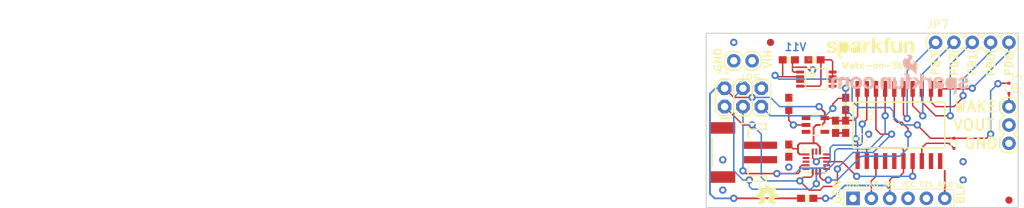
<source format=kicad_pcb>
(kicad_pcb (version 20211014) (generator pcbnew)
  (layers (0 "F.Cu" signal) (1 "In1.Cu" signal) (2 "In2.Cu" signal) (31 "B.Cu" signal) (34 "B.Paste" user) (35 "F.Paste" user) (36 "B.SilkS" user "B.Silkscreen") (37 "F.SilkS" user "F.Silkscreen") (38 "B.Mask" user) (39 "F.Mask" user) (44 "Edge.Cuts" user))
  (net 0 "")
  (net 1 "V_BATT")
  (net 2 "N$1")
  (net 3 "N$2")
  (net 4 "VOUT")
  (net 5 "GND")
  (net 6 "OVERRIDE")
  (net 7 "INT1")
  (net 8 "3.3V")
  (net 9 "SCK")
  (net 10 "MOSI")
  (net 11 "MISO")
  (net 12 "N$7")
  (net 13 "RESET")
  (net 14 "RXI")
  (net 15 "TXO")
  (net 16 "N$3")
  (net 17 "N$4")
  (net 18 "N$5")
  (net 19 "N$6")
  (net 20 "N$8")
  (net 21 "ACTIVE")
  (footprint "boardEagle:FTDI_DEVICE_SIDE" (layer "F.Cu") (at 153.5811 115.7986)
    (fp_text reference "JP1" hide)
    (fp_text value "FTDI_DEVICE" hide)
    (fp_text user "TXO" (at -4.826 -1.524) (layer "F.SilkS") (effects (font (size 0.69088 0.69088) (thickness 0.12192)) (justify left bottom)))
    (fp_text user "GRN" (at -7.874 0.889 90) (layer "F.SilkS") (effects (font (size 1.0795 1.0795) (thickness 0.1905)) (justify left bottom)))
    (fp_text user "GND" (at 5.334 -1.524) (layer "F.SilkS") (effects (font (size 0.69088 0.69088) (thickness 0.12192)) (justify left bottom)))
    (fp_text user "BLK" (at 9.144 0.889 90) (layer "F.SilkS") (effects (font (size 1.0795 1.0795) (thickness 0.1905)) (justify left bottom)))
    (fp_text user "CTS" (at 2.794 -1.524) (layer "F.SilkS") (effects (font (size 0.69088 0.69088) (thickness 0.12192)) (justify left bottom)))
    (fp_text user "RXI" (at -2.286 -1.524) (layer "F.SilkS") (effects (font (size 0.69088 0.69088) (thickness 0.12192)) (justify left bottom)))
    (fp_text user "DTR" (at -7.366 -1.524) (layer "F.SilkS") (effects (font (size 0.69088 0.69088) (thickness 0.12192)) (justify left bottom)))
    (fp_text user "VCC" (at 0.254 -1.524) (layer "F.SilkS") (effects (font (size 0.69088 0.69088) (thickness 0.12192)) (justify left bottom)))
    (pad "P$1" thru_hole rect (at -6.35 0) (size 1.8796 1.8796) (drill 1.016) (layers *.Cu *.Mask))
    (pad "P$2" thru_hole circle (at -3.81 0) (size 1.8796 1.8796) (drill 1.016) (layers *.Cu *.Mask) (net 15 "TXO"))
    (pad "P$3" thru_hole circle (at -1.27 0) (size 1.8796 1.8796) (drill 1.016) (layers *.Cu *.Mask) (net 14 "RXI"))
    (pad "P$4" thru_hole circle (at 1.27 0) (size 1.8796 1.8796) (drill 1.016) (layers *.Cu *.Mask))
    (pad "P$5" thru_hole circle (at 3.81 0) (size 1.8796 1.8796) (drill 1.016) (layers *.Cu *.Mask))
    (pad "P$6" thru_hole circle (at 6.35 0) (size 1.8796 1.8796) (drill 1.016) (layers *.Cu *.Mask) (net 5 "GND"))
  )
  (footprint "boardEagle:SFE-NEW-WEB" (layer "F.Cu") (at 143.5481 96.6216)
    (fp_text reference "JP4" hide)
    (fp_text value "LOGO-SFENW2" hide)
  )
  (footprint "boardEagle:FIDUCIAL-1X2" (layer "F.Cu") (at 135.8011 94.2086)
    (fp_text reference "FID2" hide)
    (fp_text value "FIDUCIAL1X2" hide)
    (pad "1" smd roundrect (at 0 0) (size 1 1) (layers "F.Cu" "F.Mask") (roundrect_rratio 0.5))
  )
  (footprint "boardEagle:0603-RES" (layer "F.Cu") (at 140.8811 115.7986)
    (fp_text reference "R4" (at -0.889 -0.762) (layer "F.SilkS") (effects (font (size 0.373888 0.373888) (thickness 0.032512)) (justify left bottom)))
    (fp_text value "10k")
    (pad "1" smd rect (at -0.85 0) (size 1.1 1) (layers "F.Cu" "F.Paste" "F.Mask") (net 8 "3.3V"))
    (pad "2" smd rect (at 0.85 0) (size 1.1 1) (layers "F.Cu" "F.Paste" "F.Mask") (net 14 "RXI"))
  )
  (footprint "boardEagle:1X02" (layer "F.Cu") (at 133.2611 96.7486 180)
    (fp_text reference "JP5" (at -1.3462 -1.8288 180) (layer "F.SilkS") (effects (font (size 1.143 1.143) (thickness 0.127)) (justify right top)))
    (fp_text value "M02PTH")
    (pad "1" thru_hole circle (at 0 0 270) (size 1.8796 1.8796) (drill 1.016) (layers *.Cu *.Mask) (net 1 "V_BATT"))
    (pad "2" thru_hole circle (at 2.54 0 270) (size 1.8796 1.8796) (drill 1.016) (layers *.Cu *.Mask) (net 5 "GND"))
  )
  (footprint "boardEagle:MSOP8" (layer "F.Cu") (at 142.1511 99.2886 -90)
    (fp_text reference "Q1" (at -2.54 1.27) (layer "F.SilkS") (effects (font (size 0.373888 0.373888) (thickness 0.032512)) (justify left bottom)))
    (fp_text value "")
    (pad "1" smd rect (at -0.975 2.25 270) (size 0.4 1.1) (layers "F.Cu" "F.Paste" "F.Mask") (net 5 "GND"))
    (pad "2" smd rect (at -0.325 2.25 270) (size 0.4 1.1) (layers "F.Cu" "F.Paste" "F.Mask") (net 3 "N$2"))
    (pad "3" smd rect (at 0.325 2.25 270) (size 0.4 1.1) (layers "F.Cu" "F.Paste" "F.Mask") (net 1 "V_BATT"))
    (pad "4" smd rect (at 0.975 2.25 270) (size 0.4 1.1) (layers "F.Cu" "F.Paste" "F.Mask") (net 2 "N$1"))
    (pad "5" smd rect (at 0.975 -2.25 270) (size 0.4 1.1) (layers "F.Cu" "F.Paste" "F.Mask") (net 4 "VOUT"))
    (pad "6" smd rect (at 0.325 -2.25 270) (size 0.4 1.1) (layers "F.Cu" "F.Paste" "F.Mask") (net 4 "VOUT"))
    (pad "7" smd rect (at -0.325 -2.25 270) (size 0.4 1.1) (layers "F.Cu" "F.Paste" "F.Mask") (net 2 "N$1"))
    (pad "8" smd rect (at -0.975 -2.25 270) (size 0.4 1.1) (layers "F.Cu" "F.Paste" "F.Mask") (net 2 "N$1"))
  )
  (footprint "boardEagle:0603-CAP" (layer "F.Cu") (at 146.2151 105.8926 -90)
    (fp_text reference "C4" (at -0.889 -0.762 -90) (layer "F.SilkS") (effects (font (size 0.373888 0.373888) (thickness 0.032512)) (justify left bottom)))
    (fp_text value ".1uF")
    (pad "1" smd rect (at -0.85 0 270) (size 1.1 1) (layers "F.Cu" "F.Paste" "F.Mask") (net 8 "3.3V"))
    (pad "2" smd rect (at 0.85 0 270) (size 1.1 1) (layers "F.Cu" "F.Paste" "F.Mask") (net 5 "GND"))
  )
  (footprint "boardEagle:CREATIVE_COMMONS" (layer "F.Cu") (at 49.4411 95.4786)
    (fp_text reference "FRAME1" hide)
    (fp_text value "FRAME-LETTER" hide)
  )
  (footprint "boardEagle:SOD-523" (layer "F.Cu") (at 161.2011 108.1786 90)
    (fp_text reference "D2" hide)
    (fp_text value "RB751" hide)
    (pad "A" smd rect (at -0.7 0 90) (size 0.4 0.4) (layers "F.Cu" "F.Paste" "F.Mask") (net 21 "ACTIVE"))
    (pad "C" smd rect (at 0.7 0 90) (size 0.4 0.4) (layers "F.Cu" "F.Paste" "F.Mask") (net 3 "N$2"))
  )
  (footprint "boardEagle:1X03" (layer "F.Cu") (at 168.8211 103.0986 -90)
    (fp_text reference "JP3" (at -1.3462 -1.8288 -90) (layer "F.SilkS") (effects (font (size 1.143 1.143) (thickness 0.127)) (justify left bottom)))
    (fp_text value "")
    (pad "1" thru_hole circle (at 0 0) (size 1.8796 1.8796) (drill 1.016) (layers *.Cu *.Mask) (net 6 "OVERRIDE"))
    (pad "2" thru_hole circle (at 2.54 0) (size 1.8796 1.8796) (drill 1.016) (layers *.Cu *.Mask) (net 4 "VOUT"))
    (pad "3" thru_hole circle (at 5.08 0) (size 1.8796 1.8796) (drill 1.016) (layers *.Cu *.Mask) (net 5 "GND"))
  )
  (footprint "boardEagle:OSHW-LOGO-S" (layer "F.Cu") (at 135.3185 115.4684)
    (fp_text reference "U$3" hide)
    (fp_text value "" hide)
  )
  (footprint "boardEagle:0603-CAP" (layer "F.Cu") (at 138.3411 109.1946 -90)
    (fp_text reference "C1" (at -0.889 -0.762 -90) (layer "F.SilkS") (effects (font (size 0.373888 0.373888) (thickness 0.032512)) (justify left bottom)))
    (fp_text value ".1uF")
    (pad "1" smd rect (at -0.85 0 270) (size 1.1 1) (layers "F.Cu" "F.Paste" "F.Mask") (net 8 "3.3V"))
    (pad "2" smd rect (at 0.85 0 270) (size 1.1 1) (layers "F.Cu" "F.Paste" "F.Mask") (net 5 "GND"))
  )
  (footprint "boardEagle:SOP20W" (layer "F.Cu") (at 153.5811 105.6386)
    (fp_text reference "U2" (at -5.715 -0.635) (layer "F.SilkS") (effects (font (size 1.1684 1.1684) (thickness 0.1016)) (justify left bottom)))
    (fp_text value "")
    (pad "1" smd rect (at -5.715 5) (size 0.6 2.2) (layers "F.Cu" "F.Paste" "F.Mask") (net 13 "RESET"))
    (pad "2" smd rect (at -4.445 5) (size 0.6 2.2) (layers "F.Cu" "F.Paste" "F.Mask") (net 14 "RXI"))
    (pad "3" smd rect (at -3.175 5) (size 0.6 2.2) (layers "F.Cu" "F.Paste" "F.Mask") (net 15 "TXO"))
    (pad "4" smd rect (at -1.905 5) (size 0.6 2.2) (layers "F.Cu" "F.Paste" "F.Mask"))
    (pad "5" smd rect (at -0.635 5) (size 0.6 2.2) (layers "F.Cu" "F.Paste" "F.Mask"))
    (pad "6" smd rect (at 0.635 5) (size 0.6 2.2) (layers "F.Cu" "F.Paste" "F.Mask") (net 14 "RXI"))
    (pad "7" smd rect (at 1.905 5) (size 0.6 2.2) (layers "F.Cu" "F.Paste" "F.Mask") (net 7 "INT1"))
    (pad "8" smd rect (at 3.175 5) (size 0.6 2.2) (layers "F.Cu" "F.Paste" "F.Mask") (net 21 "ACTIVE"))
    (pad "9" smd rect (at 4.445 5) (size 0.6 2.2) (layers "F.Cu" "F.Paste" "F.Mask"))
    (pad "10" smd rect (at 5.715 5) (size 0.6 2.2) (layers "F.Cu" "F.Paste" "F.Mask") (net 5 "GND"))
    (pad "11" smd rect (at 5.715 -5) (size 0.6 2.2) (layers "F.Cu" "F.Paste" "F.Mask") (net 20 "N$8"))
    (pad "12" smd rect (at 4.445 -5) (size 0.6 2.2) (layers "F.Cu" "F.Paste" "F.Mask") (net 19 "N$6"))
    (pad "13" smd rect (at 3.175 -5) (size 0.6 2.2) (layers "F.Cu" "F.Paste" "F.Mask") (net 18 "N$5"))
    (pad "14" smd rect (at 1.905 -5) (size 0.6 2.2) (layers "F.Cu" "F.Paste" "F.Mask") (net 17 "N$4"))
    (pad "15" smd rect (at 0.635 -5) (size 0.6 2.2) (layers "F.Cu" "F.Paste" "F.Mask") (net 16 "N$3"))
    (pad "16" smd rect (at -0.635 -5) (size 0.6 2.2) (layers "F.Cu" "F.Paste" "F.Mask") (net 12 "N$7"))
    (pad "17" smd rect (at -1.905 -5) (size 0.6 2.2) (layers "F.Cu" "F.Paste" "F.Mask") (net 10 "MOSI"))
    (pad "18" smd rect (at -3.175 -5) (size 0.6 2.2) (layers "F.Cu" "F.Paste" "F.Mask") (net 11 "MISO"))
    (pad "19" smd rect (at -4.445 -5) (size 0.6 2.2) (layers "F.Cu" "F.Paste" "F.Mask") (net 9 "SCK"))
    (pad "20" smd rect (at -5.715 -5) (size 0.6 2.2) (layers "F.Cu" "F.Paste" "F.Mask") (net 8 "3.3V"))
  )
  (footprint "boardEagle:ADXL362-1_1" (layer "F.Cu") (at 142.1511 110.7186)
    (fp_text reference "U1" hide)
    (fp_text value "ADXL362" hide)
    (pad "P$1" smd rect (at -1.4262 -1) (size 0.9524 0.3) (layers "F.Cu" "F.Paste" "F.Mask") (net 8 "3.3V"))
    (pad "P$2" smd rect (at -1.4262 -0.5) (size 0.9524 0.3) (layers "F.Cu" "F.Paste" "F.Mask"))
    (pad "P$3" smd rect (at -1.4262 0) (size 0.9524 0.3) (layers "F.Cu" "F.Paste" "F.Mask"))
    (pad "P$4" smd rect (at -1.4262 0.5) (size 0.9524 0.3) (layers "F.Cu" "F.Paste" "F.Mask") (net 9 "SCK"))
    (pad "P$5" smd rect (at -1.4262 1) (size 0.9524 0.3) (layers "F.Cu" "F.Paste" "F.Mask"))
    (pad "P$6" smd rect (at -0.5 1.402 90) (size 0.8508 0.3) (layers "F.Cu" "F.Paste" "F.Mask") (net 11 "MISO"))
    (pad "P$7" smd rect (at 0 1.402 90) (size 0.8508 0.3) (layers "F.Cu" "F.Paste" "F.Mask") (net 10 "MOSI"))
    (pad "P$8" smd rect (at 0.5 1.402 90) (size 0.8508 0.3) (layers "F.Cu" "F.Paste" "F.Mask") (net 12 "N$7"))
    (pad "P$9" smd rect (at 1.4262 1) (size 0.9524 0.3) (layers "F.Cu" "F.Paste" "F.Mask"))
    (pad "P$10" smd rect (at 1.4262 0.5) (size 0.9524 0.3) (layers "F.Cu" "F.Paste" "F.Mask"))
    (pad "P$11" smd rect (at 1.4262 0) (size 0.9524 0.3) (layers "F.Cu" "F.Paste" "F.Mask") (net 7 "INT1"))
    (pad "P$12" smd rect (at 1.4262 -0.5) (size 0.9524 0.3) (layers "F.Cu" "F.Paste" "F.Mask") (net 5 "GND"))
    (pad "P$13" smd rect (at 1.4262 -1) (size 0.9524 0.3) (layers "F.Cu" "F.Paste" "F.Mask") (net 5 "GND"))
    (pad "P$14" smd rect (at 0.5 -1.402 90) (size 0.8508 0.3) (layers "F.Cu" "F.Paste" "F.Mask") (net 8 "3.3V"))
    (pad "P$15" smd rect (at 0 -1.402 90) (size 0.8508 0.3) (layers "F.Cu" "F.Paste" "F.Mask"))
    (pad "P$16" smd rect (at -0.5 -1.402 90) (size 0.8508 0.3) (layers "F.Cu" "F.Paste" "F.Mask") (net 5 "GND"))
  )
  (footprint "boardEagle:0603-RES" (layer "F.Cu") (at 141.8971 96.6216)
    (fp_text reference "R1" (at -0.889 -0.762) (layer "F.SilkS") (effects (font (size 0.373888 0.373888) (thickness 0.032512)) (justify left bottom)))
    (fp_text value "1M")
    (pad "1" smd rect (at -0.85 0) (size 1.1 1) (layers "F.Cu" "F.Paste" "F.Mask") (net 1 "V_BATT"))
    (pad "2" smd rect (at 0.85 0) (size 1.1 1) (layers "F.Cu" "F.Paste" "F.Mask") (net 2 "N$1"))
  )
  (footprint "boardEagle:STAND-OFF-TIGHT" (layer "F.Cu") (at 166.2811 113.2586)
    (fp_text reference "U$4" hide)
    (fp_text value "" hide)
    (pad "" np_thru_hole circle (at 0 0) (size 3.048 3.048) (drill 3.048) (layers *.Cu *.Mask))
  )
  (footprint "boardEagle:0603-RES" (layer "F.Cu") (at 146.2151 102.7176 90)
    (fp_text reference "R3" (at -0.889 -0.762 90) (layer "F.SilkS") (effects (font (size 0.373888 0.373888) (thickness 0.032512)) (justify left bottom)))
    (fp_text value "10k")
    (pad "1" smd rect (at -0.85 0 90) (size 1.1 1) (layers "F.Cu" "F.Paste" "F.Mask") (net 8 "3.3V"))
    (pad "2" smd rect (at 0.85 0 90) (size 1.1 1) (layers "F.Cu" "F.Paste" "F.Mask") (net 13 "RESET"))
  )
  (footprint "boardEagle:0603-CAP" (layer "F.Cu") (at 144.8181 105.8926 -90)
    (fp_text reference "C3" (at -0.889 -0.762 -90) (layer "F.SilkS") (effects (font (size 0.373888 0.373888) (thickness 0.032512)) (justify left bottom)))
    (fp_text value "1uF")
    (pad "1" smd rect (at -0.85 0 270) (size 1.1 1) (layers "F.Cu" "F.Paste" "F.Mask") (net 8 "3.3V"))
    (pad "2" smd rect (at 0.85 0 270) (size 1.1 1) (layers "F.Cu" "F.Paste" "F.Mask") (net 5 "GND"))
  )
  (footprint "boardEagle:SOD-523" (layer "F.Cu") (at 168.8211 100.5586 90)
    (fp_text reference "D1" hide)
    (fp_text value "RB751" hide)
    (pad "A" smd rect (at -0.7 0 90) (size 0.4 0.4) (layers "F.Cu" "F.Paste" "F.Mask") (net 6 "OVERRIDE"))
    (pad "C" smd rect (at 0.7 0 90) (size 0.4 0.4) (layers "F.Cu" "F.Paste" "F.Mask") (net 3 "N$2"))
  )
  (footprint "boardEagle:0603-CAP" (layer "F.Cu") (at 138.3411 102.7176 -90)
    (fp_text reference "C2" (at -0.889 -0.762 -90) (layer "F.SilkS") (effects (font (size 0.373888 0.373888) (thickness 0.032512)) (justify left bottom)))
    (fp_text value "1uF")
    (pad "1" smd rect (at -0.85 0 270) (size 1.1 1) (layers "F.Cu" "F.Paste" "F.Mask") (net 1 "V_BATT"))
    (pad "2" smd rect (at 0.85 0 270) (size 1.1 1) (layers "F.Cu" "F.Paste" "F.Mask") (net 5 "GND"))
  )
  (footprint "boardEagle:FIDUCIAL-1X2" (layer "F.Cu") (at 168.8211 116.0526)
    (fp_text reference "FID1" hide)
    (fp_text value "FIDUCIAL1X2" hide)
    (pad "1" smd roundrect (at 0 0) (size 1 1) (layers "F.Cu" "F.Mask") (roundrect_rratio 0.5))
  )
  (footprint "boardEagle:1X05" (layer "F.Cu") (at 158.6611 94.2086)
    (fp_text reference "JP7" (at -1.3462 -1.8288) (layer "F.SilkS") (effects (font (size 1.143 1.143) (thickness 0.127)) (justify left bottom)))
    (fp_text value "")
    (pad "1" thru_hole circle (at 0 0 90) (size 1.8796 1.8796) (drill 1.016) (layers *.Cu *.Mask) (net 16 "N$3"))
    (pad "2" thru_hole circle (at 2.54 0 90) (size 1.8796 1.8796) (drill 1.016) (layers *.Cu *.Mask) (net 17 "N$4"))
    (pad "3" thru_hole circle (at 5.08 0 90) (size 1.8796 1.8796) (drill 1.016) (layers *.Cu *.Mask) (net 18 "N$5"))
    (pad "4" thru_hole circle (at 7.62 0 90) (size 1.8796 1.8796) (drill 1.016) (layers *.Cu *.Mask) (net 19 "N$6"))
    (pad "5" thru_hole circle (at 10.16 0 90) (size 1.8796 1.8796) (drill 1.016) (layers *.Cu *.Mask) (net 20 "N$8"))
  )
  (footprint "boardEagle:SOT23-5" (layer "F.Cu") (at 142.0241 105.6386 -90)
    (fp_text reference "U3" (at -0.889 -2.159 -90) (layer "F.SilkS") (effects (font (size 0.373888 0.373888) (thickness 0.032512)) (justify left bottom)))
    (fp_text value "ADP160-3.3")
    (pad "1" smd rect (at -0.95 1.3001 270) (size 0.55 1.2) (layers "F.Cu" "F.Paste" "F.Mask") (net 1 "V_BATT"))
    (pad "2" smd rect (at 0 1.3001 270) (size 0.55 1.2) (layers "F.Cu" "F.Paste" "F.Mask") (net 5 "GND"))
    (pad "3" smd rect (at 0.95 1.3001 270) (size 0.55 1.2) (layers "F.Cu" "F.Paste" "F.Mask") (net 1 "V_BATT"))
    (pad "4" smd rect (at 0.95 -1.3001 270) (size 0.55 1.2) (layers "F.Cu" "F.Paste" "F.Mask"))
    (pad "5" smd rect (at -0.95 -1.3001 270) (size 0.55 1.2) (layers "F.Cu" "F.Paste" "F.Mask") (net 8 "3.3V"))
  )
  (footprint "boardEagle:0603-RES" (layer "F.Cu") (at 138.3411 96.6216 180)
    (fp_text reference "R2" (at -0.889 -0.762 180) (layer "F.SilkS") (effects (font (size 0.373888 0.373888) (thickness 0.032512)) (justify right top)))
    (fp_text value "1M")
    (pad "1" smd rect (at -0.85 0 180) (size 1.1 1) (layers "F.Cu" "F.Paste" "F.Mask") (net 5 "GND"))
    (pad "2" smd rect (at 0.85 0 180) (size 1.1 1) (layers "F.Cu" "F.Paste" "F.Mask") (net 3 "N$2"))
  )
  (footprint "boardEagle:2X3" (layer "F.Cu") (at 129.4511 103.0986)
    (fp_text reference "J1" (at -1.27 -4.445) (layer "F.SilkS") (effects (font (size 1.143 1.143) (thickness 0.127)) (justify left bottom)))
    (fp_text value "PROG_HDR")
    (pad "1" thru_hole roundrect (at 0 0) (size 1.8796 1.8796) (drill 1.016) (layers *.Cu *.Mask) (chamfer_ratio 0.2928932188) (chamfer top_left top_right bottom_left bottom_right) (net 11 "MISO"))
    (pad "2" thru_hole roundrect (at 0 -2.54) (size 1.8796 1.8796) (drill 1.016) (layers *.Cu *.Mask) (chamfer_ratio 0.2928932188) (chamfer top_left top_right bottom_left bottom_right) (net 8 "3.3V"))
    (pad "3" thru_hole roundrect (at 2.54 0) (size 1.8796 1.8796) (drill 1.016) (layers *.Cu *.Mask) (chamfer_ratio 0.2928932188) (chamfer top_left top_right bottom_left bottom_right) (net 9 "SCK"))
    (pad "4" thru_hole roundrect (at 2.54 -2.54) (size 1.8796 1.8796) (drill 1.016) (layers *.Cu *.Mask) (chamfer_ratio 0.2928932188) (chamfer top_left top_right bottom_left bottom_right) (net 10 "MOSI"))
    (pad "5" thru_hole roundrect (at 5.08 0) (size 1.8796 1.8796) (drill 1.016) (layers *.Cu *.Mask) (chamfer_ratio 0.2928932188) (chamfer top_left top_right bottom_left bottom_right) (net 13 "RESET"))
    (pad "6" thru_hole roundrect (at 5.08 -2.54) (size 1.8796 1.8796) (drill 1.016) (layers *.Cu *.Mask) (chamfer_ratio 0.2928932188) (chamfer top_left top_right bottom_left bottom_right) (net 5 "GND"))
  )
  (footprint "boardEagle:JST-2-SMD" (layer "F.Cu") (at 130.7211 109.4486 90)
    (fp_text reference "JP2" (at -1.27 -1.27 90) (layer "F.SilkS") (effects (font (size 0.373888 0.373888) (thickness 0.032512)) (justify left bottom)))
    (fp_text value "M02-JST-2MM-SMT")
    (pad "1" smd rect (at -1 3.7 90) (size 1 4.6) (layers "F.Cu" "F.Paste" "F.Mask") (net 5 "GND"))
    (pad "2" smd rect (at 1 3.7 90) (size 1 4.6) (layers "F.Cu" "F.Paste" "F.Mask") (net 1 "V_BATT"))
    (pad "NC1" smd rect (at -3.4 -1.5 180) (size 3.4 1.6) (layers "F.Cu" "F.Paste" "F.Mask"))
    (pad "NC2" smd rect (at 3.4 -1.5 180) (size 3.4 1.6) (layers "F.Cu" "F.Paste" "F.Mask"))
  )
  (footprint "boardEagle:SFE-NEW-WEBLOGO" (layer "B.Cu") (at 163.2331 101.5746 180)
    (fp_text reference "JP6" hide)
    (fp_text value "LOGO-SFENEW" hide)
  )
  (gr_line (start 170.0911 92.9386) (end 126.9111 92.9386) (layer "Edge.Cuts") (width 0.1524))
  (gr_line (start 126.9111 117.0686) (end 170.0911 117.0686) (layer "Edge.Cuts") (width 0.1524))
  (gr_line (start 126.9111 92.9386) (end 126.9111 117.0686) (layer "Edge.Cuts") (width 0.1524))
  (gr_line (start 170.0911 117.0686) (end 170.0911 92.9386) (layer "Edge.Cuts") (width 0.1524))
  (gr_text "V11" (at 140.8811 95.4786) (layer "B.Cu") (effects (font (size 1.0795 1.0795) (thickness 0.1905)) (justify left bottom mirror)))
  (gr_text "PB3" (at 159.2961 98.9076 90) (layer "F.SilkS") (effects (font (size 1.0795 1.0795) (thickness 0.1905)) (justify left bottom)))
  (gr_text "PB0" (at 166.9923 99.0346 90) (layer "F.SilkS") (effects (font (size 1.0795 1.0795) (thickness 0.1905)) (justify left bottom)))
  (gr_text "GND" (at 127.9271 94.8436 90) (layer "F.SilkS") (effects (font (size 1.0795 1.0795) (thickness 0.1905)) (justify right top)))
  (gr_text "PB2" (at 161.8361 98.9584 90) (layer "F.SilkS") (effects (font (size 1.0795 1.0795) (thickness 0.1905)) (justify left bottom)))
  (gr_text "VOUT" (at 160.9471 106.5276) (layer "F.SilkS") (effects (font (size 1.5113 1.5113) (thickness 0.2667)) (justify left bottom)))
  (gr_text "PD6" (at 169.4815 98.9838 90) (layer "F.SilkS") (effects (font (size 1.0795 1.0795) (thickness 0.1905)) (justify left bottom)))
  (gr_text "WAKE" (at 161.0741 103.9876) (layer "F.SilkS") (effects (font (size 1.5113 1.5113) (thickness 0.2667)) (justify left bottom)))
  (gr_text "VIN" (at 134.7851 95.0976 90) (layer "F.SilkS") (effects (font (size 1.0795 1.0795) (thickness 0.1905)) (justify right top)))
  (gr_text "GND" (at 162.4711 109.0676) (layer "F.SilkS") (effects (font (size 1.5113 1.5113) (thickness 0.2667)) (justify left bottom)))
  (gr_text "Wake-on-Shake" (at 145.5801 97.8916) (layer "F.SilkS") (effects (font (size 0.8636 0.8636) (thickness 0.1524)) (justify left bottom)))
  (gr_text "PB1" (at 164.3761 98.933 90) (layer "F.SilkS") (effects (font (size 1.0795 1.0795) (thickness 0.1905)) (justify left bottom)))
  (segment (start 142.5731 100.2636) (end 142.7861 100.0506) (width 0.2032) (layer "F.Cu") (net 2))
  (segment (start 142.7861 100.0506) (end 142.7861 96.6606) (width 0.2032) (layer "F.Cu") (net 2))
  (segment (start 144.4011 98.9636) (end 144.4011 98.3136) (width 0.2032) (layer "F.Cu") (net 2))
  (segment (start 144.1831 96.6216) (end 142.7471 96.6216) (width 0.2032) (layer "F.Cu") (net 2))
  (segment (start 142.7861 96.6606) (end 142.7471 96.6216) (width 0.2032) (layer "F.Cu") (net 2))
  (segment (start 144.4011 98.3136) (end 144.4011 96.8396) (width 0.2032) (layer "F.Cu") (net 2))
  (segment (start 144.4011 96.8396) (end 144.1831 96.6216) (width 0.2032) (layer "F.Cu") (net 2))
  (segment (start 139.9011 100.2636) (end 142.5731 100.2636) (width 0.2032) (layer "F.Cu") (net 2))
  (segment (start 166.2811 106.9086) (end 165.7111 107.4786) (width 0.2032) (layer "F.Cu") (net 3))
  (segment (start 168.8211 99.8586) (end 167.3621 99.8586) (width 0.2032) (layer "F.Cu") (net 3))
  (segment (start 156.1211 105.6386) (end 157.9611 107.4786) (width 0.2032) (layer "F.Cu") (net 3))
  (segment (start 165.7111 107.4786) (end 161.2011 107.4786) (width 0.2032) (layer "F.Cu") (net 3))
  (segment (start 139.9011 98.9636) (end 137.4911 98.9636) (width 0.2032) (layer "F.Cu") (net 3))
  (segment (start 136.6191 98.9636) (end 136.4361 98.7806) (width 0.254) (layer "F.Cu") (net 3))
  (segment (start 137.4911 98.9636) (end 136.6191 98.9636) (width 0.2032) (layer "F.Cu") (net 3))
  (segment (start 167.3621 99.8586) (end 167.2971 99.9236) (width 0.2032) (layer "F.Cu") (net 3))
  (segment (start 137.4911 96.6216) (end 137.4911 98.9636) (width 0.2032) (layer "F.Cu") (net 3))
  (segment (start 157.9611 107.4786) (end 161.2011 107.4786) (width 0.2032) (layer "F.Cu") (net 3))
  (via (at 166.2811 106.9086) (size 1.016) (drill 0.508) (layers "F.Cu" "B.Cu") (net 3))
  (via (at 156.1211 105.6386) (size 1.016) (drill 0.508) (layers "F.Cu" "B.Cu") (net 3))
  (via (at 136.4361 98.7806) (size 1.016) (drill 0.508) (layers "F.Cu" "B.Cu") (net 3))
  (via (at 167.2971 99.9236) (size 1.016) (drill 0.508) (layers "F.Cu" "B.Cu") (net 3))
  (segment (start 147.9931 103.2256) (end 147.1041 102.3366) (width 0.2032) (layer "B.Cu") (net 3))
  (segment (start 146.5961 99.2886) (end 136.9441 99.2886) (width 0.2032) (layer "B.Cu") (net 3))
  (segment (start 136.9441 99.2886) (end 136.4361 98.7806) (width 0.2032) (layer "B.Cu") (net 3))
  (segment (start 147.1041 102.3366) (end 147.1041 99.7966) (width 0.2032) (layer "B.Cu") (net 3))
  (segment (start 152.8191 104.4956) (end 152.8191 103.7336) (width 0.2032) (layer "B.Cu") (net 3))
  (segment (start 156.1211 105.6386) (end 153.9621 105.6386) (width 0.2032) (layer "B.Cu") (net 3))
  (segment (start 152.8191 103.7336) (end 152.3111 103.2256) (width 0.2032) (layer "B.Cu") (net 3))
  (segment (start 166.2811 100.9396) (end 167.2971 99.9236) (width 0.2032) (layer "B.Cu") (net 3))
  (segment (start 152.3111 103.2256) (end 147.9931 103.2256) (width 0.2032) (layer "B.Cu") (net 3))
  (segment (start 147.1041 99.7966) (end 146.5961 99.2886) (width 0.2032) (layer "B.Cu") (net 3))
  (segment (start 166.2811 106.9086) (end 166.2811 100.9396) (width 0.2032) (layer "B.Cu") (net 3))
  (segment (start 153.9621 105.6386) (end 152.8191 104.4956) (width 0.2032) (layer "B.Cu") (net 3))
  (segment (start 140.724 105.6386) (end 138.9761 105.6386) (width 0.2032) (layer "F.Cu") (net 5))
  (segment (start 138.3411 103.5676) (end 138.3411 105.0036) (width 0.2032) (layer "F.Cu") (net 5))
  (segment (start 140.7541 97.6376) (end 138.8491 97.6376) (width 0.2032) (layer "F.Cu") (net 5))
  (segment (start 138.3411 105.0036) (end 138.9761 105.6386) (width 0.2032) (layer "F.Cu") (net 5))
  (segment (start 144.8181 106.7426) (end 146.2151 106.7426) (width 0.254) (layer "F.Cu") (net 5))
  (segment (start 138.8491 96.9636) (end 139.1911 96.6216) (width 0.2032) (layer "F.Cu") (net 5))
  (segment (start 138.8491 98.1456) (end 138.8491 97.6376) (width 0.2032) (layer "F.Cu") (net 5))
  (segment (start 139.0171 98.3136) (end 138.8491 98.1456) (width 0.2032) (layer "F.Cu") (net 5))
  (segment (start 143.5773 110.2186) (end 142.6511 110.2186) (width 0.2032) (layer "F.Cu") (net 5))
  (segment (start 139.9011 98.3136) (end 139.0171 98.3136) (width 0.2032) (layer "F.Cu") (net 5))
  (segment (start 159.2961 110.6386) (end 159.2961 111.3536) (width 0.254) (layer "F.Cu") (net 5))
  (segment (start 138.8491 97.6376) (end 138.8491 96.9636) (width 0.2032) (layer "F.Cu") (net 5))
  (segment (start 159.9311 111.9886) (end 159.9311 115.7986) (width 0.254) (layer "F.Cu") (net 5))
  (segment (start 141.6511 110.2186) (end 142.1511 110.7186) (width 0.2032) (layer "F.Cu") (net 5))
  (segment (start 142.6511 110.2186) (end 142.1511 110.7186) (width 0.2032) (layer "F.Cu") (net 5))
  (segment (start 141.1351 98.0186) (end 140.7541 97.6376) (width 0.2032) (layer "F.Cu") (net 5))
  (segment (start 141.6431 98.0186) (end 141.1351 98.0186) (width 0.2032) (layer "F.Cu") (net 5))
  (segment (start 141.6511 109.3166) (end 141.6511 110.2186) (width 0.2032) (layer "F.Cu") (net 5))
  (via (at 162.4711 110.7186) (size 1.016) (drill 0.508) (layers "F.Cu" "B.Cu") (net 5))
  (via (at 138.9761 105.6386) (size 1.016) (drill 0.508) (layers "F.Cu" "B.Cu") (net 5))
  (via (at 129.1971 110.4646) (size 1.016) (drill 0.508) (layers "F.Cu" "B.Cu") (net 5))
  (via (at 149.3901 106.9086) (size 1.016) (drill 0.508) (layers "F.Cu" "B.Cu") (net 5))
  (via (at 162.4711 113.2586) (size 1.016) (drill 0.508) (layers "F.Cu" "B.Cu") (net 5))
  (via (at 142.1511 110.7186) (size 1.016) (drill 0.508) (layers "F.Cu" "B.Cu") (net 5))
  (via (at 138.3411 111.4806) (size 1.016) (drill 0.508) (layers "F.Cu" "B.Cu") (net 5))
  (via (at 141.6431 98.0186) (size 1.016) (drill 0.508) (layers "F.Cu" "B.Cu") (net 5))
  (via (at 129.1971 114.6556) (size 1.016) (drill 0.508) (layers "F.Cu" "B.Cu") (net 5))
  (via (at 130.7211 94.2086) (size 1.016) (drill 0.508) (layers "F.Cu" "B.Cu") (net 5))
  (segment (start 168.8211 101.2586) (end 168.8211 103.0986) (width 0.2032) (layer "F.Cu") (net 6))
  (segment (start 155.4861 110.6386) (end 155.4861 112.7506) (width 0.2032) (layer "F.Cu") (net 7))
  (segment (start 147.7391 112.7506) (end 145.7071 110.7186) (width 0.2032) (layer "F.Cu") (net 7))
  (segment (start 145.7071 110.7186) (end 143.5773 110.7186) (width 0.2032) (layer "F.Cu") (net 7))
  (via (at 155.4861 112.7506) (size 1.016) (drill 0.508) (layers "F.Cu" "B.Cu") (net 7))
  (via (at 147.7391 112.7506) (size 1.016) (drill 0.508) (layers "F.Cu" "B.Cu") (net 7))
  (segment (start 155.4861 112.7506) (end 147.7391 112.7506) (width 0.2032) (layer "B.Cu") (net 7))
  (segment (start 133.2611 101.8286) (end 130.7211 101.8286) (width 0.2032) (layer "F.Cu") (net 8))
  (segment (start 143.2941 104.7187) (end 143.3242 104.6886) (width 0.254) (layer "F.Cu") (net 8))
  (segment (start 140.7249 109.7186) (end 139.8811 109.7186) (width 0.254) (layer "F.Cu") (net 8))
  (segment (start 142.6511 108.6786) (end 142.1511 108.1786) (width 0.254) (layer "F.Cu") (net 8))
  (segment (start 147.3581 105.0036) (end 146.2541 105.0036) (width 0.2032) (layer "F.Cu") (net 8))
  (segment (start 143.2941 105.2576) (end 143.2941 104.7187) (width 0.254) (layer "F.Cu") (net 8))
  (segment (start 143.3242 104.6886) (end 143.3242 103.8907) (width 0.254) (layer "F.Cu") (net 8))
  (segment (start 146.2151 103.5676) (end 146.2151 105.0426) (width 0.2032) (layer "F.Cu") (net 8))
  (segment (start 143.4211 104.7855) (end 143.3242 104.6886) (width 0.2032) (layer "F.Cu") (net 8))
  (segment (start 142.1511 105.6386) (end 142.9131 105.6386) (width 0.254) (layer "F.Cu") (net 8))
  (segment (start 139.6111 108.9406) (end 139.6111 109.4486) (width 0.254) (layer "F.Cu") (net 8))
  (segment (start 142.6511 109.3166) (end 142.6511 108.6786) (width 0.254) (layer "F.Cu") (net 8))
  (segment (start 147.8661 104.4956) (end 147.3581 105.0036) (width 0.2032) (layer "F.Cu") (net 8))
  (segment (start 147.8661 100.6386) (end 147.8661 104.4956) (width 0.2032) (layer "F.Cu") (net 8))
  (segment (start 143.3242 104.6886) (end 144.4641 104.6886) (width 0.2032) (layer "F.Cu") (net 8))
  (segment (start 130.7211 101.8286) (end 129.4511 100.5586) (width 0.2032) (layer "F.Cu") (net 8))
  (segment (start 139.8651 108.1786) (end 139.6111 108.4326) (width 0.254) (layer "F.Cu") (net 8))
  (segment (start 141.7701 106.0196) (end 142.1511 105.6386) (width 0.254) (layer "F.Cu") (net 8))
  (segment (start 144.8181 105.0426) (end 146.2151 105.0426) (width 0.254) (layer "F.Cu") (net 8))
  (segment (start 142.1511 108.1786) (end 141.7701 108.1786) (width 0.254) (layer "F.Cu") (net 8))
  (segment (start 141.7701 106.0196) (end 141.7701 108.1786) (width 0.254) (layer "F.Cu") (net 8))
  (segment (start 141.7701 108.1786) (end 139.8651 108.1786) (width 0.254) (layer "F.Cu") (net 8))
  (segment (start 143.3242 103.8907) (end 142.5321 103.0986) (width 0.254) (layer "F.Cu") (net 8))
  (segment (start 138.9371 108.9406) (end 139.6111 108.9406) (width 0.2032) (layer "F.Cu") (net 8))
  (segment (start 139.8811 109.7186) (end 139.6111 109.4486) (width 0.254) (layer "F.Cu") (net 8))
  (segment (start 138.3411 108.3446) (end 138.9371 108.9406) (width 0.2032) (layer "F.Cu") (net 8))
  (segment (start 146.2541 105.0036) (end 146.2151 105.0426) (width 0.2032) (layer "F.Cu") (net 8))
  (segment (start 144.4641 104.6886) (end 144.8181 105.0426) (width 0.2032) (layer "F.Cu") (net 8))
  (segment (start 142.9131 105.6386) (end 143.2941 105.2576) (width 0.254) (layer "F.Cu") (net 8))
  (segment (start 140.0311 115.7986) (end 130.7211 115.7986) (width 0.254) (layer "F.Cu") (net 8))
  (segment (start 139.6111 108.4326) (end 139.6111 108.9406) (width 0.254) (layer "F.Cu") (net 8))
  (via (at 133.2611 101.8286) (size 1.016) (drill 0.508) (layers "F.Cu" "B.Cu") (net 8))
  (via (at 130.7211 115.7986) (size 1.016) (drill 0.508) (layers "F.Cu" "B.Cu") (net 8))
  (via (at 142.5321 103.0986) (size 1.016) (drill 0.508) (layers "F.Cu" "B.Cu") (net 8))
  (segment (start 137.0711 103.0986) (end 135.8011 101.8286) (width 0.2032) (layer "B.Cu") (net 8))
  (segment (start 128.1811 100.5586) (end 129.4511 100.5586) (width 0.254) (layer "B.Cu") (net 8))
  (segment (start 135.8011 101.8286) (end 133.2611 101.8286) (width 0.2032) (layer "B.Cu") (net 8))
  (segment (start 127.4191 101.3206) (end 128.1811 100.5586) (width 0.254) (layer "B.Cu") (net 8))
  (segment (start 137.0711 103.0986) (end 142.5321 103.0986) (width 0.2032) (layer "B.Cu") (net 8))
  (segment (start 128.0541 115.7986) (end 127.4191 115.1636) (width 0.254) (layer "B.Cu") (net 8))
  (segment (start 130.7211 115.7986) (end 128.0541 115.7986) (width 0.254) (layer "B.Cu") (net 8))
  (segment (start 127.4191 115.1636) (end 127.4191 101.3206) (width 0.254) (layer "B.Cu") (net 8))
  (segment (start 132.3721 112.3696) (end 136.6901 112.3696) (width 0.2032) (layer "F.Cu") (net 9))
  (segment (start 139.8651 112.1156) (end 139.6111 112.3696) (width 0.2032) (layer "F.Cu") (net 9))
  (segment (start 132.3721 112.3696) (end 131.9911 111.9886) (width 0.2032) (layer "F.Cu") (net 9))
  (segment (start 149.1361 104.8766) (end 149.1361 100.6386) (width 0.2032) (layer "F.Cu") (net 9))
  (segment (start 136.6901 112.3696) (end 139.6111 112.3696) (width 0.2032) (layer "F.Cu") (net 9))
  (segment (start 139.8651 111.4806) (end 139.8651 112.1156) (width 0.2032) (layer "F.Cu") (net 9))
  (segment (start 140.7249 111.2186) (end 140.1271 111.2186) (width 0.2032) (layer "F.Cu") (net 9))
  (segment (start 140.1271 111.2186) (end 139.8651 111.4806) (width 0.2032) (layer "F.Cu") (net 9))
  (segment (start 148.5011 105.5116) (end 149.1361 104.8766) (width 0.2032) (layer "F.Cu") (net 9))
  (via (at 136.6901 112.3696) (size 1.016) (drill 0.508) (layers "F.Cu" "B.Cu") (net 9))
  (via (at 131.9911 111.9886) (size 1.016) (drill 0.508) (layers "F.Cu" "B.Cu") (net 9))
  (via (at 148.5011 105.5116) (size 1.016) (drill 0.508) (layers "F.Cu" "B.Cu") (net 9))
  (segment (start 148.5011 108.1786) (end 148.5011 105.5116) (width 0.2032) (layer "B.Cu") (net 9))
  (segment (start 148.2471 108.4326) (end 148.5011 108.1786) (width 0.2032) (layer "B.Cu") (net 9))
  (segment (start 144.4371 108.4326) (end 148.2471 108.4326) (width 0.2032) (layer "B.Cu") (net 9))
  (segment (start 143.1671 111.6076) (end 144.0561 110.7186) (width 0.2032) (layer "B.Cu") (net 9))
  (segment (start 144.0561 110.7186) (end 144.0561 108.8136) (width 0.2032) (layer "B.Cu") (net 9))
  (segment (start 136.6901 112.3696) (end 139.2301 112.3696) (width 0.2032) (layer "B.Cu") (net 9))
  (segment (start 139.2301 112.3696) (end 139.9921 111.6076) (width 0.2032) (layer "B.Cu") (net 9))
  (segment (start 144.0561 108.8136) (end 144.4371 108.4326) (width 0.2032) (layer "B.Cu") (net 9))
  (segment (start 131.9911 111.9886) (end 131.9911 103.0986) (width 0.2032) (layer "B.Cu") (net 9))
  (segment (start 139.9921 111.6076) (end 143.1671 111.6076) (width 0.2032) (layer "B.Cu") (net 9))
  (segment (start 151.6761 104.3686) (end 151.6761 100.6386) (width 0.2032) (layer "F.Cu") (net 10))
  (segment (start 142.1511 112.1206) (end 142.1511 111.9886) (width 0.2032) (layer "F.Cu") (net 10))
  (segment (start 142.1511 113.7666) (end 142.1511 112.1206) (width 0.2032) (layer "F.Cu") (net 10))
  (via (at 142.1511 113.7666) (size 1.016) (drill 0.508) (layers "F.Cu" "B.Cu") (net 10))
  (via (at 132.8801 113.2586) (size 1.016) (drill 0.508) (layers "F.Cu" "B.Cu") (net 10))
  (via (at 151.6761 104.3686) (size 1.016) (drill 0.508) (layers "F.Cu" "B.Cu") (net 10))
  (segment (start 130.7211 101.8286) (end 131.9911 100.5586) (width 0.2032) (layer "B.Cu") (net 10))
  (segment (start 131.9911 113.2586) (end 130.7211 111.9886) (width 0.2032) (layer "B.Cu") (net 10))
  (segment (start 142.1511 112.6236) (end 142.1511 113.7666) (width 0.2032) (layer "B.Cu") (net 10))
  (segment (start 132.8801 113.2586) (end 132.8801 114.1476) (width 0.2032) (layer "B.Cu") (net 10))
  (segment (start 143.2941 112.2426) (end 142.5321 112.2426) (width 0.2032) (layer "B.Cu") (net 10))
  (segment (start 144.6911 110.8456) (end 144.6911 109.3216) (width 0.2032) (layer "B.Cu") (net 10))
  (segment (start 141.3891 114.5286) (end 142.1511 113.7666) (width 0.2032) (layer "B.Cu") (net 10))
  (segment (start 132.8801 113.2586) (end 131.9911 113.2586) (width 0.2032) (layer "B.Cu") (net 10))
  (segment (start 149.5171 108.9406) (end 151.6761 106.7816) (width 0.2032) (layer "B.Cu") (net 10))
  (segment (start 133.2611 114.5286) (end 141.3891 114.5286) (width 0.2032) (layer "B.Cu") (net 10))
  (segment (start 142.5321 112.2426) (end 142.1511 112.6236) (width 0.2032) (layer "B.Cu") (net 10))
  (segment (start 145.0721 108.9406) (end 149.5171 108.9406) (width 0.2032) (layer "B.Cu") (net 10))
  (segment (start 130.7211 111.9886) (end 130.7211 101.8286) (width 0.2032) (layer "B.Cu") (net 10))
  (segment (start 144.6911 109.3216) (end 145.0721 108.9406) (width 0.2032) (layer "B.Cu") (net 10))
  (segment (start 151.6761 106.7816) (end 151.6761 104.3686) (width 0.2032) (layer "B.Cu") (net 10))
  (segment (start 132.8801 114.1476) (end 133.2611 114.5286) (width 0.2032) (layer "B.Cu") (net 10))
  (segment (start 143.2941 112.2426) (end 144.6911 110.8456) (width 0.2032) (layer "B.Cu") (net 10))
  (segment (start 141.1351 114.6556) (end 139.8651 113.3856) (width 0.2032) (layer "F.Cu") (net 11))
  (segment (start 141.3891 112.8776) (end 140.3731 112.8776) (width 0.2032) (layer "F.Cu") (net 11))
  (segment (start 140.3731 112.8776) (end 139.8651 113.3856) (width 0.2032) (layer "F.Cu") (net 11))
  (segment (start 131.9911 105.6386) (end 129.4511 103.0986) (width 0.2032) (layer "F.Cu") (net 11))
  (segment (start 143.1671 114.1476) (end 142.6591 114.6556) (width 0.2032) (layer "F.Cu") (net 11))
  (segment (start 141.6511 112.6156) (end 141.3891 112.8776) (width 0.2032) (layer "F.Cu") (net 11))
  (segment (start 143.1671 114.1476) (end 144.5641 114.1476) (width 0.2032) (layer "F.Cu") (net 11))
  (segment (start 150.4061 106.2736) (end 150.4061 100.6386) (width 0.2032) (layer "F.Cu") (net 11))
  (segment (start 151.0411 106.9086) (end 150.4061 106.2736) (width 0.2032) (layer "F.Cu") (net 11))
  (segment (start 145.0721 113.6396) (end 145.0721 111.7346) (width 0.2032) (layer "F.Cu") (net 11))
  (segment (start 133.2611 105.6386) (end 131.9911 105.6386) (width 0.2032) (layer "F.Cu") (net 11))
  (segment (start 142.6591 114.6556) (end 141.1351 114.6556) (width 0.2032) (layer "F.Cu") (net 11))
  (segment (start 141.6511 112.1206) (end 141.6511 112.6156) (width 0.2032) (layer "F.Cu") (net 11))
  (segment (start 144.5641 114.1476) (end 145.0721 113.6396) (width 0.2032) (layer "F.Cu") (net 11))
  (segment (start 152.5651 106.9086) (end 151.0411 106.9086) (width 0.2032) (layer "F.Cu") (net 11))
  (via (at 133.2611 105.6386) (size 1.016) (drill 0.508) (layers "F.Cu" "B.Cu") (net 11))
  (via (at 152.5651 106.9086) (size 1.016) (drill 0.508) (layers "F.Cu" "B.Cu") (net 11))
  (via (at 139.8651 113.3856) (size 1.016) (drill 0.508) (layers "F.Cu" "B.Cu") (net 11))
  (via (at 145.0721 111.7346) (size 1.016) (drill 0.508) (layers "F.Cu" "B.Cu") (net 11))
  (segment (start 134.5311 106.9086) (end 133.2611 105.6386) (width 0.2032) (layer "B.Cu") (net 11))
  (segment (start 134.5311 112.8776) (end 134.5311 106.9086) (width 0.2032) (layer "B.Cu") (net 11))
  (segment (start 147.2311 109.4486) (end 145.0721 111.6076) (width 0.2032) (layer "B.Cu") (net 11))
  (segment (start 139.8651 113.3856) (end 135.0391 113.3856) (width 0.2032) (layer "B.Cu") (net 11))
  (segment (start 150.0251 109.4486) (end 147.2311 109.4486) (width 0.2032) (layer "B.Cu") (net 11))
  (segment (start 135.0391 113.3856) (end 134.5311 112.8776) (width 0.2032) (layer "B.Cu") (net 11))
  (segment (start 150.0251 109.4486) (end 152.5651 106.9086) (width 0.2032) (layer "B.Cu") (net 11))
  (segment (start 145.0721 111.6076) (end 145.0721 111.7346) (width 0.2032) (layer "B.Cu") (net 11))
  (segment (start 142.6511 112.1206) (end 142.6511 112.8696) (width 0.2032) (layer "F.Cu") (net 12))
  (segment (start 153.9621 105.2576) (end 154.8511 106.1466) (width 0.2032) (layer "F.Cu") (net 12))
  (segment (start 152.9461 104.8766) (end 153.3271 105.2576) (width 0.2032) (layer "F.Cu") (net 12))
  (segment (start 154.8511 106.1466) (end 154.8511 106.9086) (width 0.2032) (layer "F.Cu") (net 12))
  (segment (start 153.3271 105.2576) (end 153.9621 105.2576) (width 0.2032) (layer "F.Cu") (net 12))
  (segment (start 143.0401 113.2586) (end 143.8021 113.2586) (width 0.2032) (layer "F.Cu") (net 12))
  (segment (start 152.9461 100.6386) (end 152.9461 104.8766) (width 0.2032) (layer "F.Cu") (net 12))
  (segment (start 142.6511 112.8696) (end 143.0401 113.2586) (width 0.2032) (layer "F.Cu") (net 12))
  (via (at 143.8021 113.2586) (size 1.016) (drill 0.508) (layers "F.Cu" "B.Cu") (net 12))
  (via (at 154.8511 106.9086) (size 1.016) (drill 0.508) (layers "F.Cu" "B.Cu") (net 12))
  (segment (start 153.7081 109.9566) (end 154.8511 108.8136) (width 0.2032) (layer "B.Cu") (net 12))
  (segment (start 143.8021 113.2586) (end 145.0721 113.2586) (width 0.2032) (layer "B.Cu") (net 12))
  (segment (start 148.3741 109.9566) (end 153.7081 109.9566) (width 0.2032) (layer "B.Cu") (net 12))
  (segment (start 145.0721 113.2586) (end 148.3741 109.9566) (width 0.2032) (layer "B.Cu") (net 12))
  (segment (start 154.8511 108.8136) (end 154.8511 106.9086) (width 0.2032) (layer "B.Cu") (net 12))
  (segment (start 146.1271 101.9556) (end 146.2151 101.8676) (width 0.2032) (layer "F.Cu") (net 13))
  (segment (start 144.4371 103.3526) (end 144.4371 102.7176) (width 0.2032) (layer "F.Cu") (net 13))
  (segment (start 146.2151 101.8676) (end 146.2151 100.5586) (width 0.2032) (layer "F.Cu") (net 13))
  (segment (start 145.1991 101.9556) (end 146.1271 101.9556) (width 0.2032) (layer "F.Cu") (net 13))
  (segment (start 147.8661 107.7976) (end 147.6121 107.5436) (width 0.2032) (layer "F.Cu") (net 13))
  (segment (start 144.4371 102.7176) (end 145.1991 101.9556) (width 0.2032) (layer "F.Cu") (net 13))
  (segment (start 147.8661 110.6386) (end 147.8661 107.7976) (width 0.2032) (layer "F.Cu") (net 13))
  (via (at 146.2151 100.5586) (size 1.016) (drill 0.508) (layers "F.Cu" "B.Cu") (net 13))
  (via (at 144.4371 103.3526) (size 1.016) (drill 0.508) (layers "F.Cu" "B.Cu") (net 13))
  (via (at 147.6121 107.5436) (size 1.016) (drill 0.508) (layers "F.Cu" "B.Cu") (net 13))
  (segment (start 147.6121 104.8766) (end 146.2151 103.4796) (width 0.2032) (layer "B.Cu") (net 13))
  (segment (start 144.4371 103.3526) (end 143.4211 104.3686) (width 0.2032) (layer "B.Cu") (net 13))
  (segment (start 146.2151 103.4796) (end 146.2151 100.5586) (width 0.2032) (layer "B.Cu") (net 13))
  (segment (start 143.4211 104.3686) (end 135.8011 104.3686) (width 0.2032) (layer "B.Cu") (net 13))
  (segment (start 147.6121 107.5436) (end 147.6121 104.8766) (width 0.2032) (layer "B.Cu") (net 13))
  (segment (start 135.8011 104.3686) (end 134.5311 103.0986) (width 0.2032) (layer "B.Cu") (net 13))
  (segment (start 149.1361 110.6386) (end 149.1361 109.0676) (width 0.2032) (layer "F.Cu") (net 14))
  (segment (start 154.2161 110.6386) (end 154.2161 111.3536) (width 0.254) (layer "F.Cu") (net 14))
  (segment (start 152.3111 115.7986) (end 152.3111 113.2586) (width 0.2032) (layer "F.Cu") (net 14))
  (segment (start 154.2161 112.2426) (end 154.2161 110.6386) (width 0.2032) (layer "F.Cu") (net 14))
  (segment (start 141.7311 115.7986) (end 143.4211 115.7986) (width 0.254) (layer "F.Cu") (net 14))
  (segment (start 154.2161 109.0676) (end 154.2161 110.6386) (width 0.2032) (layer "F.Cu") (net 14))
  (segment (start 153.9621 108.8136) (end 154.2161 109.0676) (width 0.2032) (layer "F.Cu") (net 14))
  (segment (start 152.3111 113.2586) (end 152.6921 112.8776) (width 0.2032) (layer "F.Cu") (net 14))
  (segment (start 153.5811 112.8776) (end 154.2161 112.2426) (width 0.2032) (layer "F.Cu") (net 14))
  (segment (start 149.1361 109.0676) (end 149.3901 108.8136) (width 0.2032) (layer "F.Cu") (net 14))
  (segment (start 149.3901 108.8136) (end 153.9621 108.8136) (width 0.2032) (layer "F.Cu") (net 14))
  (segment (start 152.6921 112.8776) (end 153.5811 112.8776) (width 0.2032) (layer "F.Cu") (net 14))
  (via (at 143.4211 115.7986) (size 1.016) (drill 0.508) (layers "F.Cu" "B.Cu") (net 14))
  (segment (start 151.8031 114.0206) (end 152.3111 114.5286) (width 0.254) (layer "B.Cu") (net 14))
  (segment (start 146.0881 114.0206) (end 151.8031 114.0206) (width 0.254) (layer "B.Cu") (net 14))
  (segment (start 143.4211 115.7986) (end 144.3101 115.7986) (width 0.254) (layer "B.Cu") (net 14))
  (segment (start 144.3101 115.7986) (end 146.0881 114.0206) (width 0.254) (layer "B.Cu") (net 14))
  (segment (start 152.3111 114.5286) (end 152.3111 115.7986) (width 0.254) (layer "B.Cu") (net 14))
  (segment (start 149.7711 113.3856) (end 150.4061 112.7506) (width 0.2032) (layer "F.Cu") (net 15))
  (segment (start 149.7711 115.7986) (end 149.7711 113.3856) (width 0.2032) (layer "F.Cu") (net 15))
  (segment (start 150.4061 112.7506) (end 150.4061 110.6386) (width 0.2032) (layer "F.Cu") (net 15))
  (segment (start 154.2161 100.6386) (end 154.2161 104.2416) (width 0.2032) (layer "F.Cu") (net 16))
  (segment (start 154.2161 104.2416) (end 154.7241 104.7496) (width 0.2032) (layer "F.Cu") (net 16))
  (via (at 154.7241 104.7496) (size 1.016) (drill 0.508) (layers "F.Cu" "B.Cu") (net 16))
  (segment (start 158.6611 94.2086) (end 154.7241 98.1456) (width 0.2032) (layer "B.Cu") (net 16))
  (segment (start 154.7241 98.1456) (end 154.7241 104.7496) (width 0.2032) (layer "B.Cu") (net 16))
  (segment (start 155.4861 102.9716) (end 156.8831 104.3686) (width 0.2032) (layer "F.Cu") (net 17))
  (segment (start 155.4861 100.6386) (end 155.4861 102.9716) (width 0.2032) (layer "F.Cu") (net 17))
  (via (at 156.8831 104.3686) (size 1.016) (drill 0.508) (layers "F.Cu" "B.Cu") (net 17))
  (segment (start 156.8831 98.5266) (end 156.8831 104.3686) (width 0.2032) (layer "B.Cu") (net 17))
  (segment (start 161.2011 94.2086) (end 156.8831 98.5266) (width 0.2032) (layer "B.Cu") (net 17))
  (segment (start 156.7561 102.4636) (end 158.6611 104.3686) (width 0.2032) (layer "F.Cu") (net 18))
  (segment (start 158.6611 104.3686) (end 160.6931 104.3686) (width 0.2032) (layer "F.Cu") (net 18))
  (segment (start 156.7561 100.6386) (end 156.7561 102.4636) (width 0.2032) (layer "F.Cu") (net 18))
  (via (at 160.6931 104.3686) (size 1.016) (drill 0.508) (layers "F.Cu" "B.Cu") (net 18))
  (segment (start 160.6931 97.2566) (end 163.7411 94.2086) (width 0.2032) (layer "B.Cu") (net 18))
  (segment (start 160.6931 104.3686) (end 160.6931 97.2566) (width 0.2032) (layer "B.Cu") (net 18))
  (segment (start 162.4711 101.8286) (end 162.4711 101.5746) (width 0.2032) (layer "F.Cu") (net 19))
  (segment (start 158.0261 102.4636) (end 158.6611 103.0986) (width 0.2032) (layer "F.Cu") (net 19))
  (segment (start 161.2011 103.0986) (end 162.4711 101.8286) (width 0.2032) (layer "F.Cu") (net 19))
  (segment (start 158.6611 103.0986) (end 161.2011 103.0986) (width 0.2032) (layer "F.Cu") (net 19))
  (segment (start 158.0261 100.6386) (end 158.0261 102.4636) (width 0.2032) (layer "F.Cu") (net 19))
  (via (at 162.4711 101.5746) (size 1.016) (drill 0.508) (layers "F.Cu" "B.Cu") (net 19))
  (segment (start 162.4711 99.2886) (end 166.2811 95.4786) (width 0.2032) (layer "B.Cu") (net 19))
  (segment (start 162.4711 101.5746) (end 162.4711 99.2886) (width 0.2032) (layer "B.Cu") (net 19))
  (segment (start 166.2811 95.4786) (end 166.2811 94.2086) (width 0.2032) (layer "B.Cu") (net 19))
  (segment (start 159.2961 100.6386) (end 163.6611 100.6386) (width 0.2032) (layer "F.Cu") (net 20))
  (segment (start 163.6611 100.6386) (end 163.7411 100.5586) (width 0.2032) (layer "F.Cu") (net 20))
  (via (at 163.7411 100.5586) (size 1.016) (drill 0.508) (layers "F.Cu" "B.Cu") (net 20))
  (segment (start 163.7411 100.5586) (end 168.8211 95.4786) (width 0.2032) (layer "B.Cu") (net 20))
  (segment (start 168.8211 95.4786) (end 168.8211 94.2086) (width 0.2032) (layer "B.Cu") (net 20))
  (segment (start 160.5011 108.1786) (end 161.2011 108.8786) (width 0.2032) (layer "F.Cu") (net 21))
  (segment (start 156.7561 108.8136) (end 157.3911 108.1786) (width 0.2032) (layer "F.Cu") (net 21))
  (segment (start 156.7561 110.6386) (end 156.7561 108.8136) (width 0.2032) (layer "F.Cu") (net 21))
  (segment (start 157.3911 108.1786) (end 160.5011 108.1786) (width 0.2032) (layer "F.Cu") (net 21))
)
</source>
